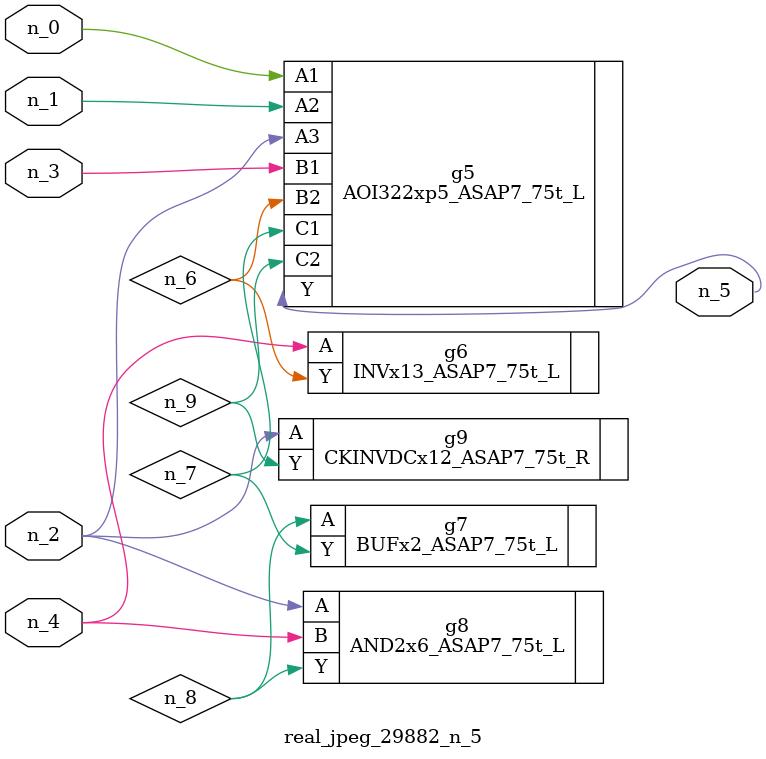
<source format=v>
module real_jpeg_29882_n_5 (n_4, n_0, n_1, n_2, n_3, n_5);

input n_4;
input n_0;
input n_1;
input n_2;
input n_3;

output n_5;

wire n_8;
wire n_6;
wire n_7;
wire n_9;

AOI322xp5_ASAP7_75t_L g5 ( 
.A1(n_0),
.A2(n_1),
.A3(n_2),
.B1(n_3),
.B2(n_6),
.C1(n_7),
.C2(n_9),
.Y(n_5)
);

AND2x6_ASAP7_75t_L g8 ( 
.A(n_2),
.B(n_4),
.Y(n_8)
);

CKINVDCx12_ASAP7_75t_R g9 ( 
.A(n_2),
.Y(n_9)
);

INVx13_ASAP7_75t_L g6 ( 
.A(n_4),
.Y(n_6)
);

BUFx2_ASAP7_75t_L g7 ( 
.A(n_8),
.Y(n_7)
);


endmodule
</source>
